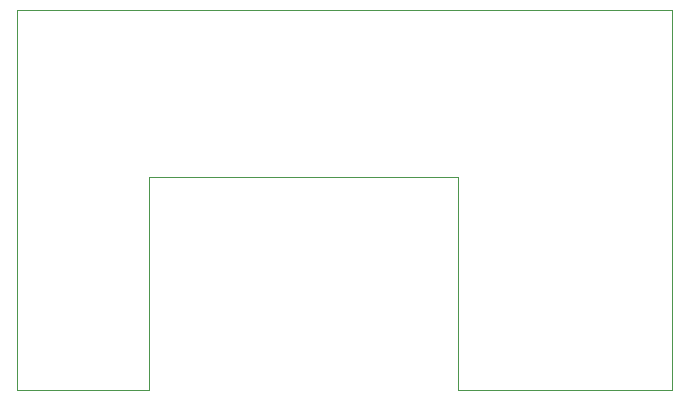
<source format=gbr>
G04 #@! TF.GenerationSoftware,KiCad,Pcbnew,(5.1.6)-1*
G04 #@! TF.CreationDate,2020-11-05T08:21:22+01:00*
G04 #@! TF.ProjectId,repl board,7265706c-2062-46f6-9172-642e6b696361,1.05*
G04 #@! TF.SameCoordinates,PX9bbc2a0PY6b31680*
G04 #@! TF.FileFunction,Profile,NP*
%FSLAX46Y46*%
G04 Gerber Fmt 4.6, Leading zero omitted, Abs format (unit mm)*
G04 Created by KiCad (PCBNEW (5.1.6)-1) date 2020-11-05 08:21:22*
%MOMM*%
%LPD*%
G01*
G04 APERTURE LIST*
G04 #@! TA.AperFunction,Profile*
%ADD10C,0.050000*%
G04 #@! TD*
G04 APERTURE END LIST*
D10*
X11198000Y0D02*
X0Y0D01*
X11198000Y18039000D02*
X11198000Y0D01*
X11198000Y18039000D02*
X37360000Y18039000D01*
X37360000Y0D02*
X37360000Y18039000D01*
X55500000Y0D02*
X37360000Y0D01*
X0Y32200000D02*
X0Y0D01*
X55500000Y32200000D02*
X55500000Y0D01*
X0Y32200000D02*
X55500000Y32200000D01*
M02*

</source>
